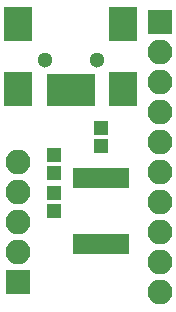
<source format=gts>
G04 #@! TF.GenerationSoftware,KiCad,Pcbnew,(5.0.0)*
G04 #@! TF.CreationDate,2018-09-18T20:25:08+02:00*
G04 #@! TF.ProjectId,pcb_relay_main,7063625F72656C61795F6D61696E2E6B,rev?*
G04 #@! TF.SameCoordinates,PXeb14aa0PY7f13bd0*
G04 #@! TF.FileFunction,Soldermask,Top*
G04 #@! TF.FilePolarity,Negative*
%FSLAX46Y46*%
G04 Gerber Fmt 4.6, Leading zero omitted, Abs format (unit mm)*
G04 Created by KiCad (PCBNEW (5.0.0)) date 09/18/18 20:25:08*
%MOMM*%
%LPD*%
G01*
G04 APERTURE LIST*
%ADD10O,2.100000X2.100000*%
%ADD11R,2.100000X2.100000*%
%ADD12R,1.150000X1.200000*%
%ADD13C,1.300000*%
%ADD14R,2.400000X2.900000*%
%ADD15R,0.900000X2.700000*%
%ADD16R,0.831800X1.797000*%
G04 APERTURE END LIST*
D10*
G04 #@! TO.C,J3*
X13500000Y-24610000D03*
X13500000Y-22070000D03*
X13500000Y-19530000D03*
X13500000Y-16990000D03*
X13500000Y-14450000D03*
X13500000Y-11910000D03*
X13500000Y-9370000D03*
X13500000Y-6830000D03*
X13500000Y-4290000D03*
D11*
X13500000Y-1750000D03*
G04 #@! TD*
D12*
G04 #@! TO.C,C1*
X8500000Y-12250000D03*
X8500000Y-10750000D03*
G04 #@! TD*
G04 #@! TO.C,C2*
X4500000Y-14500000D03*
X4500000Y-13000000D03*
G04 #@! TD*
G04 #@! TO.C,C3*
X4500000Y-17750000D03*
X4500000Y-16250000D03*
G04 #@! TD*
D10*
G04 #@! TO.C,J1*
X1500000Y-13590000D03*
X1500000Y-16130000D03*
X1500000Y-18670000D03*
X1500000Y-21210000D03*
D11*
X1500000Y-23750000D03*
G04 #@! TD*
D13*
G04 #@! TO.C,J2*
X3775000Y-4925000D03*
X8175000Y-4925000D03*
D14*
X1525000Y-1925000D03*
X1525000Y-7425000D03*
X10425000Y-1925000D03*
X10425000Y-7425000D03*
D15*
X4375000Y-7525000D03*
X5175000Y-7525000D03*
X5975000Y-7525000D03*
X6775000Y-7525000D03*
X7575000Y-7525000D03*
G04 #@! TD*
D16*
G04 #@! TO.C,U1*
X6556900Y-14956000D03*
X7204600Y-14956000D03*
X7852300Y-14956000D03*
X8500000Y-14956000D03*
X9160400Y-14956000D03*
X9808100Y-14956000D03*
X10455800Y-14956000D03*
X10455800Y-20544000D03*
X9808100Y-20544000D03*
X9160400Y-20544000D03*
X8500000Y-20544000D03*
X7865000Y-20544000D03*
X7204600Y-20544000D03*
X6569600Y-20544000D03*
G04 #@! TD*
M02*

</source>
